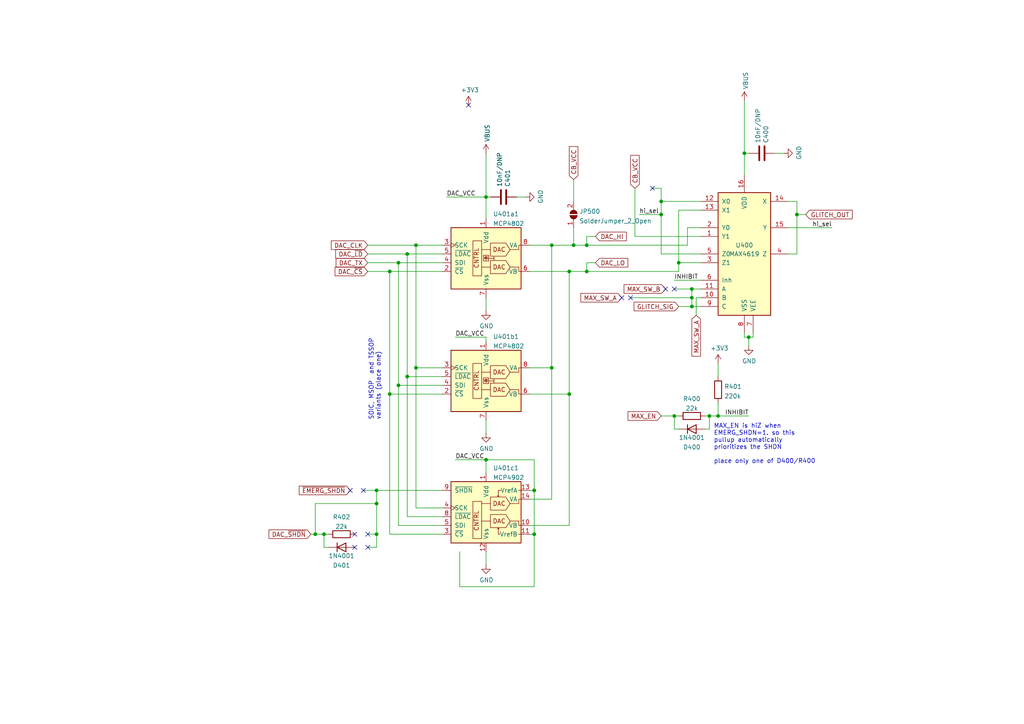
<source format=kicad_sch>
(kicad_sch (version 20211123) (generator eeschema)
  (paper "A4")
  (lib_symbols
    (symbol "4xxx:4053" (pin_names (offset 1.016))
      (property "Reference" "U" (at -7.62 19.05 0))
      (property "Value" "4053" (at -7.62 -19.05 0))
      (symbol "4053_1_0"
        (pin passive line (at -12.7 5.08 0) (length 5.08) (name "Y1") (number "1"))
        (pin input line (at -12.7 -12.7 0) (length 5.08) (name "B") (number "10"))
        (pin input line (at -12.7 -10.16 0) (length 5.08) (name "A") (number "11"))
        (pin passive line (at -12.7 15.24 0) (length 5.08) (name "X0") (number "12"))
        (pin passive line (at -12.7 12.7 0) (length 5.08) (name "X1") (number "13"))
        (pin passive line (at 12.7 15.24 180) (length 5.08) (name "X") (number "14"))
        (pin passive line (at 12.7 7.62 180) (length 5.08) (name "Y") (number "15"))
        (pin power_in line (at 0 22.86 270) (length 5.08) (name "VDD") (number "16"))
        (pin passive line (at -12.7 7.62 0) (length 5.08) (name "Y0") (number "2"))
        (pin passive line (at -12.7 -2.54 0) (length 5.08) (name "Z1") (number "3"))
        (pin passive line (at 12.7 0 180) (length 5.08) (name "Z") (number "4"))
        (pin passive line (at -12.7 0 0) (length 5.08) (name "Z0") (number "5"))
        (pin input line (at -12.7 -7.62 0) (length 5.08) (name "Inh") (number "6"))
        (pin power_in line (at 2.54 -22.86 90) (length 5.08) (name "VEE") (number "7"))
        (pin power_in line (at 0 -22.86 90) (length 5.08) (name "VSS") (number "8"))
        (pin input line (at -12.7 -15.24 0) (length 5.08) (name "C") (number "9"))
      )
      (symbol "4053_1_1"
        (rectangle (start -7.62 17.78) (end 7.62 -17.78) (stroke (width 0.254)) (fill (type background)))
      )
    )
    (symbol "Analog_DAC:MCP4802" (pin_names (offset 1.016))
      (property "Reference" "U" (at -2.54 10.795 0))
      (property "Value" "MCP4802" (at -2.54 8.89 0))
      (symbol "MCP4802_0_0"
        (polyline (pts (xy 0 -1.778) (xy 0 -0.635)))
        (polyline (pts (xy 0.381 -0.889) (xy 0.508 -0.762)))
        (polyline (pts (xy 2.286 -1.143) (xy 2.286 -1.905)))
        (polyline (pts (xy 0.381 -0.889) (xy -0.381 -0.889) (xy -0.508 -1.016)))
        (polyline (pts (xy 0.762 -1.27) (xy 2.286 -1.27) (xy 2.286 -0.762)))
        (polyline (pts (xy 0 -0.889) (xy 0.508 -1.397) (xy -0.508 -1.397) (xy 0 -0.889)))
        (polyline (pts (xy 6.985 -3.81) (xy 9.525 -3.81) (xy 9.525 -5.08) (xy 10.16 -5.08)))
        (polyline (pts (xy 6.985 1.27) (xy 9.525 1.27) (xy 9.525 2.54) (xy 10.16 2.54)))
        (rectangle (start 0.762 -0.381) (end -0.762 -2.032))
        (text "CNTRL" (at -2.032 -4.191 900) (effects (font (size 1.27 1.27)) (justify left bottom)))
        (text "DAC" (at 3.81 -3.81 0) (effects (font (size 1.27 1.27))))
        (text "DAC" (at 3.81 1.27 0) (effects (font (size 1.27 1.27))))
      )
      (symbol "MCP4802_0_1"
        (rectangle (start -10.16 7.62) (end 10.16 -10.16) (stroke (width 0.254)) (fill (type background)))
        (rectangle (start -1.27 -6.35) (end -3.81 3.81))
        (polyline (pts (xy 1.27 -3.81) (xy -1.27 -3.81)))
        (polyline (pts (xy 1.27 1.27) (xy -1.27 1.27)))
        (polyline (pts (xy 6.985 -3.81) (xy 5.715 -1.905) (xy 1.27 -1.905) (xy 1.27 -5.715) (xy 5.715 -5.715) (xy 6.985 -3.81)))
        (polyline (pts (xy 6.985 1.27) (xy 5.715 3.175) (xy 1.27 3.175) (xy 1.27 -0.635) (xy 5.715 -0.635) (xy 6.985 1.27)))
      )
      (symbol "MCP4802_1_1"
        (pin power_in line (at 0 10.16 270) (length 2.54) (name "Vdd") (number "1"))
        (pin input line (at -12.7 -5.08 0) (length 2.54) (name "~{CS}") (number "2"))
        (pin input clock (at -12.7 2.54 0) (length 2.54) (name "SCK") (number "3"))
        (pin input line (at -12.7 -2.54 0) (length 2.54) (name "SDI") (number "4"))
        (pin input line (at -12.7 0 0) (length 2.54) (name "~{LDAC}") (number "5"))
        (pin output line (at 12.7 -5.08 180) (length 2.54) (name "VB") (number "6"))
        (pin power_in line (at 0 -12.7 90) (length 2.54) (name "Vss") (number "7"))
        (pin output line (at 12.7 2.54 180) (length 2.54) (name "VA") (number "8"))
      )
    )
    (symbol "Analog_DAC:MCP4902" (pin_names (offset 1.016))
      (property "Reference" "U" (at -1.905 10.795 0))
      (property "Value" "MCP4902" (at -1.905 8.89 0))
      (symbol "MCP4902_0_0"
        (polyline (pts (xy 3.556 -5.842) (xy 3.302 -6.096)))
        (polyline (pts (xy 3.556 -5.842) (xy 3.81 -6.096)))
        (polyline (pts (xy 3.556 3.302) (xy 3.302 3.556)))
        (polyline (pts (xy 3.556 3.302) (xy 3.81 3.556)))
        (polyline (pts (xy 10.16 -7.62) (xy 9.398 -7.62)))
        (polyline (pts (xy 10.16 5.08) (xy 9.398 5.08)))
        (polyline (pts (xy 4.064 -7.62) (xy 3.556 -7.62) (xy 3.556 -5.842)))
        (polyline (pts (xy 4.318 5.08) (xy 3.556 5.08) (xy 3.556 3.302)))
        (polyline (pts (xy 6.985 -3.81) (xy 9.525 -3.81) (xy 9.525 -5.08) (xy 10.16 -5.08)))
        (polyline (pts (xy 6.985 1.27) (xy 9.525 1.27) (xy 9.525 2.54) (xy 10.16 2.54)))
        (text "CNTRL" (at -2.032 -6.731 900) (effects (font (size 1.27 1.27)) (justify left bottom)))
        (text "DAC" (at 3.81 -3.81 0) (effects (font (size 1.27 1.27))))
        (text "DAC" (at 3.81 1.27 0) (effects (font (size 1.27 1.27))))
      )
      (symbol "MCP4902_0_1"
        (rectangle (start -10.16 7.62) (end 10.16 -10.16) (stroke (width 0.254)) (fill (type background)))
        (rectangle (start -1.27 -8.89) (end -3.81 1.905))
        (polyline (pts (xy 1.27 -3.81) (xy -1.27 -3.81)))
        (polyline (pts (xy 1.27 1.27) (xy -1.27 1.27)))
        (polyline (pts (xy 6.985 -3.81) (xy 5.715 -1.905) (xy 1.27 -1.905) (xy 1.27 -5.715) (xy 5.715 -5.715) (xy 6.985 -3.81)))
        (polyline (pts (xy 6.985 1.27) (xy 5.715 3.175) (xy 1.27 3.175) (xy 1.27 -0.635) (xy 5.715 -0.635) (xy 6.985 1.27)))
      )
      (symbol "MCP4902_1_1"
        (pin power_in line (at 0 10.16 270) (length 2.54) (name "Vdd") (number "1"))
        (pin output line (at 12.7 -5.08 180) (length 2.54) (name "VB") (number "10"))
        (pin input line (at 12.7 -7.62 180) (length 2.54) (name "VrefB") (number "11"))
        (pin power_in line (at 0 -12.7 90) (length 2.54) (name "Vss") (number "12"))
        (pin input line (at 12.7 5.08 180) (length 2.54) (name "VrefA") (number "13"))
        (pin output line (at 12.7 2.54 180) (length 2.54) (name "VA") (number "14"))
        (pin no_connect line (at -7.62 -12.7 90) (length 2.54) hide (name "NC") (number "2"))
        (pin input line (at -12.7 -7.62 0) (length 2.54) (name "~{CS}") (number "3"))
        (pin input clock (at -12.7 0 0) (length 2.54) (name "SCK") (number "4"))
        (pin input line (at -12.7 -5.08 0) (length 2.54) (name "SDI") (number "5"))
        (pin no_connect line (at -5.08 -12.7 90) (length 2.54) hide (name "NC") (number "6"))
        (pin no_connect line (at -2.54 -12.7 90) (length 2.54) hide (name "NC") (number "7"))
        (pin input line (at -12.7 -2.54 0) (length 2.54) (name "~{LDAC}") (number "8"))
        (pin output line (at -12.7 5.08 0) (length 2.54) (name "~{SHDN}") (number "9"))
      )
    )
    (symbol "Device:C" (pin_numbers hide) (pin_names (offset 0.254))
      (property "Reference" "C" (at 0.635 2.54 0))
      (property "Value" "C" (at 0.635 -2.54 0))
      (symbol "C_0_1"
        (polyline (pts (xy -2.032 -0.762) (xy 2.032 -0.762)) (stroke (width 0.508)))
        (polyline (pts (xy -2.032 0.762) (xy 2.032 0.762)) (stroke (width 0.508)))
      )
      (symbol "C_1_1"
        (pin passive line (at 0 3.81 270) (length 2.794) (name "~") (number "1"))
        (pin passive line (at 0 -3.81 90) (length 2.794) (name "~") (number "2"))
      )
    )
    (symbol "Device:R" (pin_numbers hide) (pin_names (offset 0))
      (property "Reference" "R" (at 2.032 0 90))
      (property "Value" "R" (at 0 0 90))
      (symbol "R_0_1"
        (rectangle (start -1.016 -2.54) (end 1.016 2.54) (stroke (width 0.254)))
      )
      (symbol "R_1_1"
        (pin passive line (at 0 3.81 270) (length 1.27) (name "~") (number "1"))
        (pin passive line (at 0 -3.81 90) (length 1.27) (name "~") (number "2"))
      )
    )
    (symbol "Diode:1N4001" (pin_numbers hide) (pin_names (offset 1.016) hide)
      (property "Reference" "D" (at 0 2.54 0))
      (property "Value" "1N4001" (at 0 -2.54 0))
      (symbol "1N4001_0_1"
        (polyline (pts (xy -1.27 1.27) (xy -1.27 -1.27)) (stroke (width 0.254)))
        (polyline (pts (xy 1.27 0) (xy -1.27 0)))
        (polyline (pts (xy 1.27 1.27) (xy 1.27 -1.27) (xy -1.27 0) (xy 1.27 1.27)) (stroke (width 0.254)))
      )
      (symbol "1N4001_1_1"
        (pin passive line (at -3.81 0 0) (length 2.54) (name "K") (number "1"))
        (pin passive line (at 3.81 0 180) (length 2.54) (name "A") (number "2"))
      )
    )
    (symbol "Jumper:SolderJumper_2_Open" (pin_names (offset 0) hide)
      (property "Reference" "JP" (at 0 2.032 0))
      (property "Value" "SolderJumper_2_Open" (at 0 -2.54 0))
      (symbol "SolderJumper_2_Open_0_1"
        (arc (start -0.254 1.016) (mid -1.27 0) (end -0.254 -1.016))
        (arc (start -0.254 1.016) (mid -1.27 0) (end -0.254 -1.016) (fill (type outline)))
        (polyline (pts (xy -0.254 1.016) (xy -0.254 -1.016)))
        (polyline (pts (xy 0.254 1.016) (xy 0.254 -1.016)))
        (arc (start 0.254 -1.016) (mid 1.27 0) (end 0.254 1.016))
        (arc (start 0.254 -1.016) (mid 1.27 0) (end 0.254 1.016) (fill (type outline)))
      )
      (symbol "SolderJumper_2_Open_1_1"
        (pin passive line (at -3.81 0 0) (length 2.54) (name "A") (number "1"))
        (pin passive line (at 3.81 0 180) (length 2.54) (name "B") (number "2"))
      )
    )
    (symbol "power:+3V3" (power) (pin_names (offset 0))
      (property "Value" "+3V3" (at 0 3.556 0))
      (symbol "+3V3_0_1"
        (polyline (pts (xy -0.762 1.27) (xy 0 2.54)))
        (polyline (pts (xy 0 0) (xy 0 2.54)))
        (polyline (pts (xy 0 2.54) (xy 0.762 1.27)))
      )
      (symbol "+3V3_1_1"
        (pin power_in line (at 0 0 90) (length 0) hide (name "+3V3") (number "1"))
      )
    )
    (symbol "power:GND" (power) (pin_names (offset 0))
      (property "Value" "GND" (at 0 -3.81 0))
      (symbol "GND_0_1"
        (polyline (pts (xy 0 0) (xy 0 -1.27) (xy 1.27 -1.27) (xy 0 -2.54) (xy -1.27 -1.27) (xy 0 -1.27)))
      )
      (symbol "GND_1_1"
        (pin power_in line (at 0 0 270) (length 0) hide (name "GND") (number "1"))
      )
    )
    (symbol "power:VBUS" (power) (pin_names (offset 0))
      (property "Value" "VBUS" (at 0 3.81 0))
      (symbol "VBUS_0_1"
        (polyline (pts (xy -0.762 1.27) (xy 0 2.54)))
        (polyline (pts (xy 0 0) (xy 0 2.54)))
        (polyline (pts (xy 0 2.54) (xy 0.762 1.27)))
      )
      (symbol "VBUS_1_1"
        (pin power_in line (at 0 0 90) (length 0) hide (name "VBUS") (number "1"))
      )
    )
  )
  (junction (at 200.66 88.9))
  (junction (at 205.74 120.65))
  (junction (at 109.22 146.05))
  (junction (at 191.77 62.23))
  (junction (at 154.94 142.24))
  (junction (at 215.9 44.45))
  (junction (at 166.37 71.12))
  (junction (at 208.28 120.65))
  (junction (at 170.18 78.74))
  (junction (at 200.66 83.82))
  (junction (at 231.14 62.23))
  (junction (at 120.65 106.68))
  (junction (at 91.44 154.94))
  (junction (at 140.97 133.35))
  (junction (at 109.22 142.24))
  (junction (at 191.77 58.42))
  (junction (at 120.65 71.12))
  (junction (at 170.18 71.12))
  (junction (at 113.03 78.74))
  (junction (at 115.57 111.76))
  (junction (at 154.94 154.94))
  (junction (at 217.17 97.79))
  (junction (at 115.57 76.2))
  (junction (at 113.03 114.3))
  (junction (at 165.1 78.74))
  (junction (at 195.58 120.65))
  (junction (at 109.22 154.94))
  (junction (at 160.02 106.68))
  (junction (at 93.98 154.94))
  (junction (at 118.11 109.22))
  (junction (at 118.11 73.66))
  (junction (at 140.97 57.15))
  (junction (at 160.02 71.12))
  (junction (at 165.1 114.3))
  (junction (at 196.85 76.2))
  (junction (at 200.66 86.36))
  (no_connect (at 180.34 86.36))
  (no_connect (at 182.88 86.36))
  (no_connect (at 193.04 83.82))
  (no_connect (at 195.58 83.82))
  (no_connect (at 135.89 30.48))
  (no_connect (at 106.68 154.94))
  (no_connect (at 106.68 158.75))
  (no_connect (at 105.41 142.24))
  (no_connect (at 102.87 158.75))
  (no_connect (at 101.6 142.24))
  (no_connect (at 102.87 154.94))
  (no_connect (at 189.23 54.61))
  (wire (pts (xy 105.41 142.24) (xy 109.22 142.24)))
  (wire (pts (xy 120.65 71.12) (xy 128.27 71.12)))
  (wire (pts (xy 106.68 154.94) (xy 109.22 154.94)))
  (wire (pts (xy 185.42 62.23) (xy 191.77 62.23)))
  (wire (pts (xy 91.44 154.94) (xy 93.98 154.94)))
  (wire (pts (xy 109.22 146.05) (xy 91.44 146.05)))
  (wire (pts (xy 170.18 68.58) (xy 172.72 68.58)))
  (wire (pts (xy 160.02 71.12) (xy 160.02 106.68)))
  (wire (pts (xy 106.68 76.2) (xy 115.57 76.2)))
  (wire (pts (xy 133.35 170.18) (xy 154.94 170.18)))
  (wire (pts (xy 195.58 124.46) (xy 195.58 120.65)))
  (wire (pts (xy 128.27 111.76) (xy 115.57 111.76)))
  (wire (pts (xy 195.58 120.65) (xy 196.85 120.65)))
  (wire (pts (xy 218.44 97.79) (xy 218.44 96.52)))
  (wire (pts (xy 200.66 83.82) (xy 200.66 86.36)))
  (wire (pts (xy 204.47 124.46) (xy 205.74 124.46)))
  (wire (pts (xy 153.67 78.74) (xy 165.1 78.74)))
  (wire (pts (xy 153.67 152.4) (xy 165.1 152.4)))
  (wire (pts (xy 170.18 68.58) (xy 170.18 71.12)))
  (wire (pts (xy 228.6 66.04) (xy 241.3 66.04)))
  (wire (pts (xy 140.97 86.36) (xy 140.97 90.17)))
  (wire (pts (xy 166.37 66.04) (xy 166.37 71.12)))
  (wire (pts (xy 115.57 76.2) (xy 115.57 111.76)))
  (wire (pts (xy 109.22 158.75) (xy 109.22 154.94)))
  (wire (pts (xy 90.17 154.94) (xy 91.44 154.94)))
  (wire (pts (xy 128.27 147.32) (xy 120.65 147.32)))
  (wire (pts (xy 200.66 86.36) (xy 200.66 88.9)))
  (wire (pts (xy 231.14 58.42) (xy 228.6 58.42)))
  (wire (pts (xy 106.68 158.75) (xy 109.22 158.75)))
  (wire (pts (xy 91.44 146.05) (xy 91.44 154.94)))
  (wire (pts (xy 231.14 62.23) (xy 231.14 73.66)))
  (wire (pts (xy 172.72 76.2) (xy 170.18 76.2)))
  (wire (pts (xy 132.08 133.35) (xy 140.97 133.35)))
  (wire (pts (xy 204.47 120.65) (xy 205.74 120.65)))
  (wire (pts (xy 217.17 97.79) (xy 218.44 97.79)))
  (wire (pts (xy 215.9 44.45) (xy 217.17 44.45)))
  (wire (pts (xy 160.02 71.12) (xy 166.37 71.12)))
  (wire (pts (xy 195.58 81.28) (xy 203.2 81.28)))
  (wire (pts (xy 189.23 54.61) (xy 191.77 54.61)))
  (wire (pts (xy 165.1 78.74) (xy 165.1 114.3)))
  (wire (pts (xy 113.03 154.94) (xy 113.03 114.3)))
  (wire (pts (xy 196.85 60.96) (xy 196.85 76.2)))
  (wire (pts (xy 224.79 44.45) (xy 227.33 44.45)))
  (wire (pts (xy 113.03 114.3) (xy 128.27 114.3)))
  (wire (pts (xy 191.77 62.23) (xy 191.77 58.42)))
  (wire (pts (xy 182.88 86.36) (xy 200.66 86.36)))
  (wire (pts (xy 203.2 73.66) (xy 191.77 73.66)))
  (wire (pts (xy 128.27 152.4) (xy 115.57 152.4)))
  (wire (pts (xy 191.77 120.65) (xy 195.58 120.65)))
  (wire (pts (xy 149.86 57.15) (xy 152.4 57.15)))
  (wire (pts (xy 153.67 114.3) (xy 165.1 114.3)))
  (wire (pts (xy 109.22 154.94) (xy 109.22 146.05)))
  (wire (pts (xy 132.08 97.79) (xy 140.97 97.79)))
  (wire (pts (xy 153.67 144.78) (xy 160.02 144.78)))
  (wire (pts (xy 128.27 78.74) (xy 113.03 78.74)))
  (wire (pts (xy 196.85 124.46) (xy 195.58 124.46)))
  (wire (pts (xy 106.68 71.12) (xy 120.65 71.12)))
  (wire (pts (xy 140.97 133.35) (xy 140.97 137.16)))
  (wire (pts (xy 215.9 97.79) (xy 217.17 97.79)))
  (wire (pts (xy 113.03 78.74) (xy 113.03 114.3)))
  (wire (pts (xy 140.97 97.79) (xy 140.97 99.06)))
  (wire (pts (xy 115.57 111.76) (xy 115.57 152.4)))
  (wire (pts (xy 191.77 58.42) (xy 203.2 58.42)))
  (wire (pts (xy 170.18 78.74) (xy 196.85 78.74)))
  (wire (pts (xy 128.27 106.68) (xy 120.65 106.68)))
  (wire (pts (xy 95.25 158.75) (xy 93.98 158.75)))
  (wire (pts (xy 118.11 73.66) (xy 118.11 109.22)))
  (wire (pts (xy 215.9 97.79) (xy 215.9 96.52)))
  (wire (pts (xy 215.9 44.45) (xy 215.9 29.21)))
  (wire (pts (xy 153.67 71.12) (xy 160.02 71.12)))
  (wire (pts (xy 154.94 154.94) (xy 154.94 142.24)))
  (wire (pts (xy 191.77 54.61) (xy 191.77 58.42)))
  (wire (pts (xy 195.58 83.82) (xy 200.66 83.82)))
  (wire (pts (xy 118.11 73.66) (xy 128.27 73.66)))
  (wire (pts (xy 205.74 120.65) (xy 208.28 120.65)))
  (wire (pts (xy 128.27 149.86) (xy 118.11 149.86)))
  (wire (pts (xy 165.1 152.4) (xy 165.1 114.3)))
  (wire (pts (xy 93.98 158.75) (xy 93.98 154.94)))
  (wire (pts (xy 228.6 73.66) (xy 231.14 73.66)))
  (wire (pts (xy 153.67 106.68) (xy 160.02 106.68)))
  (wire (pts (xy 140.97 121.92) (xy 140.97 125.73)))
  (wire (pts (xy 196.85 76.2) (xy 203.2 76.2)))
  (wire (pts (xy 128.27 154.94) (xy 113.03 154.94)))
  (wire (pts (xy 113.03 78.74) (xy 106.68 78.74)))
  (wire (pts (xy 184.15 54.61) (xy 184.15 68.58)))
  (wire (pts (xy 191.77 62.23) (xy 191.77 73.66)))
  (wire (pts (xy 208.28 120.65) (xy 217.17 120.65)))
  (wire (pts (xy 165.1 78.74) (xy 170.18 78.74)))
  (wire (pts (xy 196.85 88.9) (xy 200.66 88.9)))
  (wire (pts (xy 160.02 144.78) (xy 160.02 106.68)))
  (wire (pts (xy 205.74 124.46) (xy 205.74 120.65)))
  (wire (pts (xy 208.28 105.41) (xy 208.28 109.22)))
  (wire (pts (xy 203.2 86.36) (xy 201.93 86.36)))
  (wire (pts (xy 140.97 160.02) (xy 140.97 163.83)))
  (wire (pts (xy 109.22 146.05) (xy 109.22 142.24)))
  (wire (pts (xy 154.94 142.24) (xy 154.94 133.35)))
  (wire (pts (xy 154.94 170.18) (xy 154.94 154.94)))
  (wire (pts (xy 199.39 71.12) (xy 199.39 66.04)))
  (wire (pts (xy 153.67 142.24) (xy 154.94 142.24)))
  (wire (pts (xy 129.54 57.15) (xy 140.97 57.15)))
  (wire (pts (xy 196.85 76.2) (xy 196.85 78.74)))
  (wire (pts (xy 200.66 83.82) (xy 203.2 83.82)))
  (wire (pts (xy 231.14 62.23) (xy 233.68 62.23)))
  (wire (pts (xy 217.17 97.79) (xy 217.17 100.33)))
  (wire (pts (xy 154.94 133.35) (xy 140.97 133.35)))
  (wire (pts (xy 140.97 57.15) (xy 140.97 44.45)))
  (wire (pts (xy 170.18 71.12) (xy 199.39 71.12)))
  (wire (pts (xy 231.14 58.42) (xy 231.14 62.23)))
  (wire (pts (xy 118.11 149.86) (xy 118.11 109.22)))
  (wire (pts (xy 153.67 154.94) (xy 154.94 154.94)))
  (wire (pts (xy 93.98 154.94) (xy 95.25 154.94)))
  (wire (pts (xy 140.97 57.15) (xy 142.24 57.15)))
  (wire (pts (xy 106.68 73.66) (xy 118.11 73.66)))
  (wire (pts (xy 201.93 86.36) (xy 201.93 91.44)))
  (wire (pts (xy 140.97 57.15) (xy 140.97 63.5)))
  (wire (pts (xy 128.27 109.22) (xy 118.11 109.22)))
  (wire (pts (xy 166.37 52.07) (xy 166.37 58.42)))
  (wire (pts (xy 166.37 71.12) (xy 170.18 71.12)))
  (wire (pts (xy 109.22 142.24) (xy 128.27 142.24)))
  (wire (pts (xy 184.15 68.58) (xy 203.2 68.58)))
  (wire (pts (xy 215.9 44.45) (xy 215.9 50.8)))
  (wire (pts (xy 120.65 147.32) (xy 120.65 106.68)))
  (wire (pts (xy 208.28 116.84) (xy 208.28 120.65)))
  (wire (pts (xy 120.65 71.12) (xy 120.65 106.68)))
  (wire (pts (xy 115.57 76.2) (xy 128.27 76.2)))
  (wire (pts (xy 199.39 66.04) (xy 203.2 66.04)))
  (wire (pts (xy 200.66 88.9) (xy 203.2 88.9)))
  (wire (pts (xy 170.18 76.2) (xy 170.18 78.74)))
  (wire (pts (xy 133.35 160.02) (xy 133.35 170.18)))
  (wire (pts (xy 196.85 60.96) (xy 203.2 60.96)))
  (text "MAX_EN is hiZ when\nEMERG_SHDN=1. so this\npullup automatically\nprioritizes the SHDN\n\nplace only one of D400/R400" (at 207.01 134.62 0) (effects (font (size 1.27 1.27)) (justify left bottom)))
  (text "SOIC, MSOP  and TSSOP\nvariants (place one)" (at 110.49 121.92 90) (effects (font (size 1.27 1.27)) (justify left bottom)))
  (label "DAC_VCC" (at 132.08 133.35 0))
  (label "INHIBIT" (at 195.58 81.28 0))
  (label "DAC_VCC" (at 132.08 97.79 0))
  (label "hi_sel" (at 185.42 62.23 0))
  (label "DAC_VCC" (at 129.54 57.15 0))
  (label "hi_sel" (at 241.3 66.04 180))
  (label "INHIBIT" (at 217.17 120.65 180))
  (global_label "DAC_~{LD}" (shape input) (at 106.68 73.66 180) (property "Intersheet References" "${INTERSHEET_REFS}" (effects hide)))
  (global_label "MAX_SW_A" (shape input) (at 201.93 91.44 270) (property "Intersheet References" "${INTERSHEET_REFS}" (effects hide)))
  (global_label "DAC_~{SHDN}" (shape input) (at 90.17 154.94 180) (property "Intersheet References" "${INTERSHEET_REFS}" (effects hide)))
  (global_label "DAC_HI" (shape input) (at 172.72 68.58 0) (property "Intersheet References" "${INTERSHEET_REFS}" (effects hide)))
  (global_label "CB_VCC" (shape input) (at 184.15 54.61 90) (property "Intersheet References" "${INTERSHEET_REFS}" (effects hide)))
  (global_label "MAX_EN" (shape input) (at 191.77 120.65 180) (property "Intersheet References" "${INTERSHEET_REFS}" (effects hide)))
  (global_label "MAX_SW_B" (shape input) (at 193.04 83.82 180) (property "Intersheet References" "${INTERSHEET_REFS}" (effects hide)))
  (global_label "~{EMERG_SHDN}" (shape input) (at 101.6 142.24 180) (property "Intersheet References" "${INTERSHEET_REFS}" (effects hide)))
  (global_label "DAC_LO" (shape input) (at 172.72 76.2 0) (property "Intersheet References" "${INTERSHEET_REFS}" (effects hide)))
  (global_label "GLITCH_SIG" (shape input) (at 196.85 88.9 180) (property "Intersheet References" "${INTERSHEET_REFS}" (effects hide)))
  (global_label "GLITCH_OUT" (shape input) (at 233.68 62.23 0) (property "Intersheet References" "${INTERSHEET_REFS}" (effects hide)))
  (global_label "DAC_CLK" (shape input) (at 106.68 71.12 180) (property "Intersheet References" "${INTERSHEET_REFS}" (effects hide)))
  (global_label "DAC_TX" (shape input) (at 106.68 76.2 180) (property "Intersheet References" "${INTERSHEET_REFS}" (effects hide)))
  (global_label "DAC_~{CS}" (shape input) (at 106.68 78.74 180) (property "Intersheet References" "${INTERSHEET_REFS}" (effects hide)))
  (global_label "CB_VCC" (shape input) (at 166.37 52.07 90) (property "Intersheet References" "${INTERSHEET_REFS}" (effects hide)))
  (global_label "MAX_SW_A" (shape input) (at 180.34 86.36 180) (property "Intersheet References" "${INTERSHEET_REFS}" (effects hide)))
  (symbol (lib_id "power:VBUS") (at 215.9 29.21 0) (unit 1)
    (property "Reference" "#PWR0156" (effects hide))
    (property "Value" "VBUS" (at 216.281 25.9588 90) (effects (justify left)))
  )
  (symbol (lib_id "4xxx:4053") (at 215.9 73.66 0) (unit 1)
    (property "Reference" "U400" (at 215.9 71.12 0))
    (property "Value" "MAX4619" (at 215.9 73.66 0))
    (property "Footprint" "Package_SO:SO-16_3.9x9.9mm_P1.27mm" (effects hide))
    (property "Datasheet" "http://www.intersil.com/content/dam/Intersil/documents/cd40/cd4051bms-52bms-53bms.pdf" (effects hide))
  )
  (symbol (lib_id "power:GND") (at 217.17 100.33 0) (unit 1)
    (property "Reference" "#PWR0149" (effects hide))
    (property "Value" "GND" (at 217.297 104.7242 0))
  )
  (symbol (lib_id "Device:C") (at 146.05 57.15 270) (mirror x) (unit 1)
    (property "Reference" "C401" (at 147.2184 54.229 0) (effects (justify left)))
    (property "Value" "10nF/DNP" (at 144.907 54.229 0) (effects (justify left)))
    (property "Footprint" "Capacitor_SMD:C_0805_2012Metric_Pad1.18x1.45mm_HandSolder" (effects hide))
  )
  (symbol (lib_id "power:GND") (at 140.97 90.17 0) (unit 1)
    (property "Reference" "#PWR0146" (effects hide))
    (property "Value" "GND" (at 141.097 94.5642 0))
  )
  (symbol (lib_id "Device:C") (at 220.98 44.45 270) (mirror x) (unit 1)
    (property "Reference" "C400" (at 222.1484 41.529 0) (effects (justify left)))
    (property "Value" "10nF/DNP" (at 219.837 41.529 0) (effects (justify left)))
    (property "Footprint" "Capacitor_SMD:C_0805_2012Metric_Pad1.18x1.45mm_HandSolder" (effects hide))
  )
  (symbol (lib_id "Analog_DAC:MCP4902") (at 140.97 147.32 0) (unit 1)
    (property "Reference" "U401c1" (at 142.9894 135.7335 0) (effects (justify left)))
    (property "Value" "MCP4902" (at 142.9894 138.5086 0) (effects (justify left)))
    (property "Footprint" "Package_SO:TSSOP-14_4.4x5mm_P0.65mm" (effects hide))
    (property "Datasheet" "http://ww1.microchip.com/downloads/en/DeviceDoc/22250A.pdf" (effects hide))
  )
  (symbol (lib_id "power:+3V3") (at 135.89 30.48 0) (unit 1)
    (property "Reference" "#PWR0144" (effects hide))
    (property "Value" "+3V3" (at 136.271 26.0858 0))
  )
  (symbol (lib_id "Diode:1N4001") (at 99.06 158.75 0) (mirror x) (unit 1) (in_bom no) (on_board no)
    (property "Reference" "D401" (at 99.06 163.9865 0))
    (property "Value" "1N4001" (at 99.06 161.2114 0))
    (property "Footprint" "Diode_SMD:D_SOD-123" (effects hide))
    (property "Datasheet" "http://www.vishay.com/docs/88503/1n4001.pdf" (effects hide))
  )
  (symbol (lib_id "Device:R") (at 99.06 154.94 90) (unit 1) (in_bom no) (on_board no)
    (property "Reference" "R402" (at 99.06 149.9575 90))
    (property "Value" "22k" (at 99.06 152.7326 90))
    (property "Footprint" "Resistor_SMD:R_0805_2012Metric_Pad1.20x1.40mm_HandSolder" (effects hide))
  )
  (symbol (lib_id "power:GND") (at 152.4 57.15 90) (unit 1)
    (property "Reference" "#PWR0145" (effects hide))
    (property "Value" "GND" (at 156.7942 57.023 0))
  )
  (symbol (lib_id "Diode:1N4001") (at 200.66 124.46 0) (mirror x) (unit 1)
    (property "Reference" "D400" (at 200.66 129.6965 0))
    (property "Value" "1N4001" (at 200.66 126.9214 0))
    (property "Footprint" "Diode_SMD:D_SOD-123" (effects hide))
    (property "Datasheet" "http://www.vishay.com/docs/88503/1n4001.pdf" (effects hide))
  )
  (symbol (lib_id "power:GND") (at 140.97 125.73 0) (unit 1)
    (property "Reference" "#PWR0147" (effects hide))
    (property "Value" "GND" (at 141.097 130.1242 0))
  )
  (symbol (lib_id "Analog_DAC:MCP4802") (at 140.97 73.66 0) (unit 1)
    (property "Reference" "U401a1" (at 142.9894 62.0735 0) (effects (justify left)))
    (property "Value" "MCP4802" (at 142.9894 64.8486 0) (effects (justify left)))
    (property "Footprint" "Package_SO:SOIC-8_3.9x4.9mm_P1.27mm" (effects hide))
    (property "Datasheet" "http://ww1.microchip.com/downloads/en/DeviceDoc/20002249B.pdf" (effects hide))
  )
  (symbol (lib_id "Device:R") (at 200.66 120.65 90) (unit 1)
    (property "Reference" "R400" (at 200.66 115.6675 90))
    (property "Value" "22k" (at 200.66 118.4426 90))
    (property "Footprint" "Resistor_SMD:R_0805_2012Metric_Pad1.20x1.40mm_HandSolder" (effects hide))
  )
  (symbol (lib_id "Analog_DAC:MCP4802") (at 140.97 109.22 0) (unit 1) (in_bom no)
    (property "Reference" "U401b1" (at 142.9894 97.6335 0) (effects (justify left)))
    (property "Value" "MCP4802" (at 142.9894 100.4086 0) (effects (justify left)))
    (property "Footprint" "Package_SO:MSOP-8_3x3mm_P0.65mm" (effects hide))
    (property "Datasheet" "http://ww1.microchip.com/downloads/en/DeviceDoc/20002249B.pdf" (effects hide))
  )
  (symbol (lib_id "power:+3V3") (at 208.28 105.41 0) (unit 1)
    (property "Reference" "#PWR0161" (effects hide))
    (property "Value" "+3V3" (at 208.661 101.0158 0))
  )
  (symbol (lib_id "Device:R") (at 208.28 113.03 180) (unit 1)
    (property "Reference" "R401" (at 210.058 112.1215 0) (effects (justify right)))
    (property "Value" "220k" (at 210.058 114.8966 0) (effects (justify right)))
    (property "Footprint" "Resistor_SMD:R_0805_2012Metric_Pad1.20x1.40mm_HandSolder" (effects hide))
  )
  (symbol (lib_id "Jumper:SolderJumper_2_Open") (at 166.37 62.23 90) (unit 1) (in_bom no) (on_board no)
    (property "Reference" "JP500" (at 168.021 61.3215 90) (effects (justify right)))
    (property "Value" "SolderJumper_2_Open" (at 168.021 64.0966 90) (effects (justify right)))
    (property "Footprint" "Jumper:SolderJumper-2_P1.3mm_Open_RoundedPad1.0x1.5mm" (effects hide))
  )
  (symbol (lib_id "power:VBUS") (at 140.97 44.45 0) (unit 1)
    (property "Reference" "#PWR0158" (effects hide))
    (property "Value" "VBUS" (at 141.351 41.1988 90) (effects (justify left)))
  )
  (symbol (lib_id "power:GND") (at 227.33 44.45 90) (unit 1)
    (property "Reference" "#PWR0160" (effects hide))
    (property "Value" "GND" (at 231.7242 44.323 0))
  )
  (symbol (lib_id "power:GND") (at 140.97 163.83 0) (unit 1)
    (property "Reference" "#PWR0165" (effects hide))
    (property "Value" "GND" (at 141.097 168.2242 0))
  )
)
</source>
